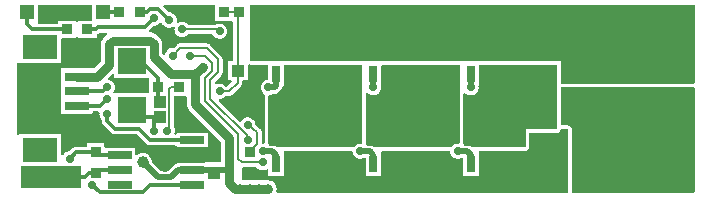
<source format=gbr>
G04 --- HEADER BEGIN --- *
%TF.GenerationSoftware,LibrePCB,LibrePCB,0.1.1-unstable*%
%TF.CreationDate,2019-06-09T12:53:25*%
%TF.ProjectId,Brushless Controller - default,345039e0-aa20-4574-aecf-6ad16ab42204,v1*%
%TF.Part,Single*%
%FSLAX66Y66*%
%MOMM*%
G01*
G74*
G04 --- HEADER END --- *
G04 --- APERTURE LIST BEGIN --- *
%ADD10R,1.2X1.2*%
%ADD11R,0.95X0.85*%
%ADD12R,2.032X0.6604*%
%ADD13R,5.08X1.8288*%
%ADD14R,2.4X2.2*%
%ADD15R,2.16X1.78*%
%ADD16R,3.2X5.0*%
%ADD17R,2.54X5.08*%
%ADD18R,0.7X1.4*%
%ADD19R,5.0X4.3*%
%ADD20R,0.85X0.95*%
%ADD21P,2.54X8X22.5*%
%ADD22R,1.1X1.0*%
%ADD23R,2.0X0.8*%
%ADD24R,3.0X2.1*%
%ADD25R,1.0X1.1*%
%ADD26P,2.54X8X292.5*%
%ADD27C,2.54*%
%ADD28C,0.7*%
%ADD29C,1.0*%
%ADD30C,0.8*%
%ADD31C,0.5*%
%ADD32C,0.3*%
%ADD33C,0.2*%
%ADD34C,0.0*%
G04 --- APERTURE LIST END --- *
G04 --- BOARD BEGIN --- *
D10*
X7558750Y15557500D03*
X5458750Y15557500D03*
D11*
X8967500Y15557500D03*
X10717500Y15557500D03*
D12*
X15138400Y952500D03*
X8991600Y2222500D03*
X8991600Y952500D03*
X15138400Y3492500D03*
X8991600Y3492500D03*
X8991600Y4762500D03*
X15138400Y4762500D03*
X15138400Y2222500D03*
D11*
X13998334Y9207500D03*
X12248334Y9207500D03*
D13*
X3175000Y1587500D03*
D14*
X10001250Y11416250D03*
X10001250Y7316250D03*
D15*
X53022500Y10602500D03*
X53022500Y6532500D03*
D16*
X49987200Y2857500D03*
X45262800Y2857500D03*
D11*
X17861250Y15557500D03*
X16111250Y15557500D03*
D17*
X44767500Y8572500D03*
D11*
X20877500Y15557500D03*
X19127500Y15557500D03*
D18*
X38735000Y10367500D03*
X42545000Y10367500D03*
D19*
X40640000Y14017500D03*
D18*
X41275000Y10367500D03*
X40005000Y10367500D03*
D10*
X1172500Y15557500D03*
X3272500Y15557500D03*
D20*
X20002500Y1982500D03*
X20002500Y3732500D03*
D21*
X56197500Y1587500D03*
D18*
X38735000Y2747500D03*
X42545000Y2747500D03*
D19*
X40640000Y6397500D03*
D18*
X41275000Y2747500D03*
X40005000Y2747500D03*
D21*
X56197500Y14922500D03*
D18*
X22225000Y10367500D03*
X26035000Y10367500D03*
D19*
X24130000Y14017500D03*
D18*
X24765000Y10367500D03*
X23495000Y10367500D03*
D22*
X12379166Y6667500D03*
X14079166Y6667500D03*
D23*
X5357500Y8880000D03*
X5357500Y7630000D03*
D24*
X2232500Y12630000D03*
X2232500Y3880000D03*
D23*
X5357500Y10130000D03*
X5357500Y6380000D03*
D11*
X4522500Y14128750D03*
X6272500Y14128750D03*
D22*
X12379166Y7937500D03*
X14079166Y7937500D03*
D18*
X22225000Y2747500D03*
X26035000Y2747500D03*
D19*
X24130000Y6397500D03*
D18*
X24765000Y2747500D03*
X23495000Y2747500D03*
D17*
X36512500Y8572500D03*
D25*
X16986250Y3707500D03*
X16986250Y2007500D03*
D20*
X6985000Y3732500D03*
X6985000Y1982500D03*
D17*
X28257500Y8572500D03*
D22*
X20693750Y10636250D03*
X18993750Y10636250D03*
D18*
X30480000Y2747500D03*
X34290000Y2747500D03*
D19*
X32385000Y6397500D03*
D18*
X33020000Y2747500D03*
X31750000Y2747500D03*
X30480000Y10367500D03*
X34290000Y10367500D03*
D19*
X32385000Y14017500D03*
D18*
X33020000Y10367500D03*
X31750000Y10367500D03*
D26*
X56197500Y5715000D03*
D27*
X56197500Y10795000D03*
D28*
X14922500Y15557500D03*
X37623750Y3810000D03*
X19843750Y9525000D03*
X7937500Y9207500D03*
X21113750Y2857500D03*
X14922500Y11906250D03*
X21590000Y9207500D03*
X15557500Y5715000D03*
X30480000Y9207500D03*
X14287500Y5715000D03*
X15240000Y6350000D03*
X21113750Y3810000D03*
X10953750Y9366250D03*
X6667500Y952500D03*
X33020000Y4603750D03*
D29*
X48895000Y10795000D03*
X47625000Y10795000D03*
X47625000Y12065000D03*
X48895000Y12065000D03*
X44132500Y13970000D03*
D28*
X1587500Y8890000D03*
X14128750Y15557500D03*
X38735000Y9207500D03*
X3016250Y7620000D03*
X7461250Y5715000D03*
X14287500Y14128750D03*
X17462500Y13970000D03*
X3016250Y8890000D03*
X7461250Y4921250D03*
X3016250Y6350000D03*
X13176250Y14922500D03*
X14922500Y5715000D03*
X10636250Y13176250D03*
X16033750Y10953750D03*
D29*
X10953750Y2857500D03*
D30*
X21590000Y635000D03*
X20002500Y635000D03*
X19208750Y635000D03*
X20796250Y635000D03*
D28*
X7937500Y8255000D03*
X1587500Y6350000D03*
X24765000Y4603750D03*
D29*
X27622500Y13970000D03*
D28*
X19843750Y6032500D03*
X29368750Y3810000D03*
X41275000Y4603750D03*
X1587500Y7620000D03*
X19843750Y4762500D03*
X13493750Y11906250D03*
X12858750Y2381250D03*
X4762500Y3175000D03*
X13017500Y5556250D03*
X1587500Y10160000D03*
X11906250Y15081250D03*
X11906250Y5556250D03*
D29*
X35877500Y13970000D03*
D28*
X4445000Y15875000D03*
X7937500Y6985000D03*
X3016250Y10160000D03*
X17462500Y8890000D03*
D31*
X38735000Y2747500D02*
X38735000Y3492500D01*
X38417500Y3810000D02*
X37623750Y3810000D01*
X38735000Y3492500D02*
X38417500Y3810000D01*
D32*
X7610000Y8880000D02*
X7937500Y9207500D01*
X5357500Y8880000D02*
X7610000Y8880000D01*
D33*
X19367500Y2857500D02*
X19050000Y3175000D01*
X16827500Y11271250D02*
X16192500Y11906250D01*
X16192500Y11906250D02*
X14922500Y11906250D01*
X16192500Y8096250D02*
X16192500Y10001250D01*
X21113750Y2857500D02*
X19367500Y2857500D01*
X16827500Y10636250D02*
X16827500Y11271250D01*
X19050000Y5238750D02*
X16192500Y8096250D01*
X19050000Y3175000D02*
X19050000Y5238750D01*
X16192500Y10001250D02*
X16827500Y10636250D01*
D31*
X22225000Y10367500D02*
X22225000Y9366250D01*
X22066250Y9207500D02*
X21590000Y9207500D01*
X22225000Y9366250D02*
X22066250Y9207500D01*
X30480000Y10367500D02*
X30480000Y9207500D01*
X22225000Y3492500D02*
X21907500Y3810000D01*
X21907500Y3810000D02*
X21113750Y3810000D01*
X22225000Y2747500D02*
X22225000Y3492500D01*
D32*
X15138400Y952500D02*
X11588750Y952500D01*
X7302500Y317500D02*
X6667500Y952500D01*
X11588750Y952500D02*
X10953750Y317500D01*
X10953750Y317500D02*
X7302500Y317500D01*
D31*
X38735000Y10367500D02*
X38735000Y9207500D01*
D33*
X14287500Y14128750D02*
X17303750Y14128750D01*
X17303750Y14128750D02*
X17462500Y13970000D01*
D32*
X12379166Y7937500D02*
X12248334Y8071666D01*
X12248334Y9207500D02*
X12248334Y8071666D01*
X10001250Y11416250D02*
X10795000Y11430000D01*
X12248334Y9976666D02*
X10795000Y11430000D01*
X12248334Y9207500D02*
X12248334Y9976666D01*
X11271250Y15557500D02*
X11588750Y15875000D01*
X11588750Y15875000D02*
X12223750Y15875000D01*
X12223750Y15875000D02*
X13176250Y14922500D01*
X10717500Y15557500D02*
X11271250Y15557500D01*
D30*
X8096250Y12858750D02*
X8096250Y11112500D01*
D31*
X16827500Y2222500D02*
X18256250Y2222500D01*
D30*
X18256250Y2222500D02*
X18256250Y1111250D01*
D31*
X16986250Y2007500D02*
X16827500Y2222500D01*
D30*
X15398750Y7778750D02*
X15398750Y10318750D01*
X15398750Y10318750D02*
X13335000Y10318750D01*
X11906250Y11747500D02*
X11906250Y12858750D01*
X19208750Y635000D02*
X18732500Y635000D01*
X20002500Y635000D02*
X20796250Y635000D01*
X5357500Y10130000D02*
X7113750Y10130000D01*
X11588750Y13176250D02*
X10636250Y13176250D01*
X19208750Y635000D02*
X20002500Y635000D01*
X11906250Y12858750D02*
X11588750Y13176250D01*
D31*
X15138400Y2222500D02*
X16827500Y2222500D01*
X15081250Y2222500D02*
X15138400Y2222500D01*
D30*
X18256250Y4921250D02*
X15398750Y7778750D01*
D31*
X12223750Y1587500D02*
X10953750Y2857500D01*
D30*
X13335000Y10318750D02*
X11906250Y11747500D01*
X7113750Y10130000D02*
X8096250Y11112500D01*
X10636250Y13176250D02*
X8413750Y13176250D01*
D31*
X12223750Y1587500D02*
X13335000Y1587500D01*
D30*
X18256250Y2222500D02*
X18256250Y4921250D01*
X8413750Y13176250D02*
X8096250Y12858750D01*
X18732500Y635000D02*
X18256250Y1111250D01*
D31*
X13970000Y2222500D02*
X15081250Y2222500D01*
D30*
X20796250Y635000D02*
X21590000Y635000D01*
X15398750Y10318750D02*
X16033750Y10953750D01*
D31*
X13335000Y1587500D02*
X13970000Y2222500D01*
D32*
X5357500Y7630000D02*
X7312500Y7630000D01*
X7312500Y7630000D02*
X7937500Y8255000D01*
X6427500Y1982500D02*
X6032500Y1587500D01*
X6985000Y1982500D02*
X6427500Y1982500D01*
X8991600Y2222500D02*
X7302500Y2222500D01*
X3175000Y1587500D02*
X6032500Y1587500D01*
X6985000Y1982500D02*
X7302500Y2222500D01*
D33*
X20002500Y3810000D02*
X20637500Y4445000D01*
X20002500Y3732500D02*
X20002500Y3810000D01*
X20637500Y4445000D02*
X20637500Y5397500D01*
X20637500Y5397500D02*
X19843750Y6032500D01*
D31*
X30480000Y3492500D02*
X30162500Y3810000D01*
X30162500Y3810000D02*
X29368750Y3810000D01*
X30480000Y2747500D02*
X30480000Y3492500D01*
D33*
X19843750Y5080000D02*
X16668750Y8255000D01*
X14128750Y12541250D02*
X13493750Y11906250D01*
X16668750Y9842500D02*
X17303750Y10477500D01*
X17303750Y11588750D02*
X16351250Y12541250D01*
X16351250Y12541250D02*
X14128750Y12541250D01*
X16668750Y8255000D02*
X16668750Y9842500D01*
X19843750Y4762500D02*
X19843750Y5080000D01*
X17303750Y10477500D02*
X17303750Y11588750D01*
D32*
X6985000Y3732500D02*
X7302500Y3492500D01*
X6985000Y3732500D02*
X5320000Y3732500D01*
X8991600Y3492500D02*
X7302500Y3492500D01*
X5320000Y3732500D02*
X4762500Y3175000D01*
D33*
X13176250Y5715000D02*
X13017500Y5556250D01*
X13998334Y9207500D02*
X13335000Y9207500D01*
X13176250Y9048750D02*
X13176250Y5715000D01*
X13335000Y9207500D02*
X13176250Y9048750D01*
D32*
X8967500Y15557500D02*
X8572500Y15557500D01*
X7558750Y15557500D02*
X8572500Y15557500D01*
X6985000Y14128750D02*
X7143750Y14287500D01*
X11112500Y14287500D02*
X11906250Y15081250D01*
X6272500Y14128750D02*
X6985000Y14128750D01*
X7143750Y14287500D02*
X11112500Y14287500D01*
X11906250Y6667500D02*
X10636250Y6667500D01*
X10001250Y7316250D02*
X10636250Y6667500D01*
X11906250Y5556250D02*
X11906250Y6667500D01*
X11906250Y6667500D02*
X12379166Y6667500D01*
X10636250Y5715000D02*
X11588750Y4762500D01*
X15138400Y4762500D02*
X15081250Y4762500D01*
X8572500Y5715000D02*
X10636250Y5715000D01*
X11588750Y4762500D02*
X15081250Y4762500D01*
X7937500Y6350000D02*
X8572500Y5715000D01*
X7937500Y6985000D02*
X7937500Y6350000D01*
X4522500Y14128750D02*
X4603750Y14128750D01*
X1587500Y14128750D02*
X4603750Y14128750D01*
X1172500Y15557500D02*
X1172500Y14543750D01*
X1172500Y14543750D02*
X1587500Y14128750D01*
D33*
X19127500Y15557500D02*
X19050000Y15557500D01*
X18993750Y15501250D02*
X19050000Y15557500D01*
X17861250Y15557500D02*
X19050000Y15557500D01*
X18993750Y10636250D02*
X18993750Y15501250D01*
X17462500Y8890000D02*
X18256250Y8890000D01*
X18993750Y9627500D02*
X18256250Y8890000D01*
X18993750Y10636250D02*
X18993750Y9627500D01*
D34*
G36*
X28810697Y4147000D02*
X28833668Y4170693D01*
X28878783Y4236053D01*
X28886742Y4245037D01*
X28994980Y4340928D01*
X29004863Y4347750D01*
X29132898Y4414948D01*
X29144134Y4419209D01*
X29284524Y4453811D01*
X29296453Y4455260D01*
X29427500Y4455260D01*
X29486827Y4474760D01*
X29527500Y4555260D01*
X29527500Y11012500D01*
X29508000Y11071827D01*
X29427500Y11112500D01*
X22975000Y11112500D01*
X22915673Y11093000D01*
X22875000Y11012500D01*
X22875000Y9383513D01*
X22873434Y9378748D01*
X22829904Y9356754D01*
X22829942Y9356680D01*
X22803535Y9348000D01*
X22763718Y9280553D01*
X22757115Y9230399D01*
X22753751Y9217845D01*
X22703820Y9097302D01*
X22697324Y9086051D01*
X22618068Y8982762D01*
X22613640Y8978383D01*
X22612265Y8975699D01*
X22456075Y8819509D01*
X22454116Y8818859D01*
X22449737Y8814431D01*
X22346449Y8735175D01*
X22335198Y8728679D01*
X22214650Y8678746D01*
X22202108Y8675385D01*
X22069489Y8657926D01*
X22062980Y8657500D01*
X21955196Y8657500D01*
X21908724Y8646046D01*
X21825851Y8602551D01*
X21814615Y8598290D01*
X21668348Y8562239D01*
X21668922Y8559911D01*
X21621393Y8537622D01*
X21590000Y8464868D01*
X21590000Y4460000D01*
X21609500Y4400673D01*
X21690000Y4360000D01*
X21904220Y4360000D01*
X21910757Y4359571D01*
X22043349Y4342115D01*
X22055909Y4338750D01*
X22176446Y4288822D01*
X22187700Y4282325D01*
X22293811Y4200901D01*
X22298723Y4196594D01*
X22338528Y4156789D01*
X22409239Y4127500D01*
X28751370Y4127500D01*
X28810697Y4147000D01*
G37*
G36*
X46949327Y319500D02*
X46990000Y400000D01*
X46990000Y5615000D01*
X46970500Y5674327D01*
X46890000Y5715000D01*
X46406345Y5715000D01*
X46347018Y5695500D01*
X46309069Y5638180D01*
X46306622Y5627910D01*
X46302622Y5616985D01*
X46266962Y5546405D01*
X46261293Y5537615D01*
X46192391Y5452011D01*
X46177572Y5439611D01*
X46094519Y5394196D01*
X46086156Y5390571D01*
X46034944Y5373738D01*
X46027259Y5371873D01*
X45941423Y5358128D01*
X45933528Y5357500D01*
X43762800Y5357500D01*
X43703473Y5338000D01*
X43662800Y5257500D01*
X43662800Y4233353D01*
X43661444Y4221808D01*
X43631920Y4097904D01*
X43627922Y4086985D01*
X43592262Y4016405D01*
X43586593Y4007615D01*
X43517691Y3922011D01*
X43502872Y3909611D01*
X43419819Y3864196D01*
X43411456Y3860571D01*
X43360244Y3843738D01*
X43352559Y3841873D01*
X43266723Y3828128D01*
X43258828Y3827500D01*
X39485000Y3827500D01*
X39425673Y3808000D01*
X39385000Y3727500D01*
X39385000Y1763513D01*
X39383434Y1758748D01*
X39361172Y1747500D01*
X38101013Y1747500D01*
X38096248Y1749066D01*
X38085000Y1771328D01*
X38085000Y3157929D01*
X38065500Y3217256D01*
X38014605Y3253446D01*
X37938528Y3246475D01*
X37859601Y3205051D01*
X37848365Y3200790D01*
X37707975Y3166188D01*
X37696046Y3164739D01*
X37551453Y3164739D01*
X37539524Y3166188D01*
X37399134Y3200790D01*
X37387898Y3205051D01*
X37259863Y3272249D01*
X37249980Y3279071D01*
X37141742Y3374962D01*
X37133783Y3383946D01*
X37051638Y3502953D01*
X37046060Y3513580D01*
X36994781Y3648790D01*
X36991908Y3660449D01*
X36982303Y3739554D01*
X36955794Y3796098D01*
X36883032Y3827500D01*
X31230000Y3827500D01*
X31170673Y3808000D01*
X31130000Y3727500D01*
X31130000Y1763513D01*
X31128434Y1758748D01*
X31106172Y1747500D01*
X29846013Y1747500D01*
X29841248Y1749066D01*
X29830000Y1771328D01*
X29830000Y3157929D01*
X29810500Y3217256D01*
X29759605Y3253446D01*
X29683528Y3246475D01*
X29604601Y3205051D01*
X29593365Y3200790D01*
X29452975Y3166188D01*
X29441046Y3164739D01*
X29296453Y3164739D01*
X29284524Y3166188D01*
X29144134Y3200790D01*
X29132898Y3205051D01*
X29004863Y3272249D01*
X28994980Y3279071D01*
X28886742Y3374962D01*
X28878783Y3383946D01*
X28796638Y3502953D01*
X28791060Y3513580D01*
X28739781Y3648790D01*
X28736908Y3660449D01*
X28727303Y3739554D01*
X28700794Y3796098D01*
X28628032Y3827500D01*
X22975000Y3827500D01*
X22915673Y3808000D01*
X22875000Y3727500D01*
X22875000Y1763513D01*
X22873434Y1758748D01*
X22851172Y1747500D01*
X21591013Y1747500D01*
X21586248Y1749066D01*
X21575000Y1771328D01*
X21575000Y2205429D01*
X21555500Y2264756D01*
X21504605Y2300946D01*
X21428528Y2293975D01*
X21349601Y2252551D01*
X21338365Y2248290D01*
X21197975Y2213688D01*
X21186046Y2212239D01*
X21041453Y2212239D01*
X21029524Y2213688D01*
X20889134Y2248290D01*
X20877898Y2252551D01*
X20749863Y2319749D01*
X20739980Y2326571D01*
X20631742Y2422462D01*
X20630547Y2423811D01*
X20629881Y2424111D01*
X20627218Y2426470D01*
X20626483Y2425640D01*
X20555695Y2457500D01*
X19467500Y2457500D01*
X19408173Y2438000D01*
X19367500Y2357500D01*
X19367500Y1435000D01*
X19387000Y1375673D01*
X19467500Y1335000D01*
X21587186Y1335000D01*
X21592798Y1334685D01*
X21740178Y1318078D01*
X21751070Y1315592D01*
X21888419Y1267532D01*
X21898472Y1262691D01*
X22021682Y1185273D01*
X22030414Y1178310D01*
X22133310Y1075414D01*
X22140273Y1066682D01*
X22217691Y943472D01*
X22222532Y933419D01*
X22270592Y796070D01*
X22273078Y785178D01*
X22289371Y640582D01*
X22289371Y629418D01*
X22273078Y484821D01*
X22270593Y473934D01*
X22256280Y433027D01*
X22255092Y370588D01*
X22291179Y319620D01*
X22350669Y300000D01*
X46890000Y300000D01*
X46949327Y319500D01*
G37*
G36*
X3706827Y14598250D02*
X3747500Y14678750D01*
X3747500Y14837737D01*
X3749066Y14842502D01*
X3771328Y14853750D01*
X5281487Y14853750D01*
X5286252Y14852184D01*
X5308246Y14808654D01*
X5352405Y14764495D01*
X5414151Y14755146D01*
X5469403Y14784252D01*
X5492500Y14822525D01*
X5499066Y14842502D01*
X5521328Y14853750D01*
X6558750Y14853750D01*
X6618077Y14873250D01*
X6658750Y14953750D01*
X6658750Y16100000D01*
X6639250Y16159327D01*
X6558750Y16200000D01*
X2172500Y16200000D01*
X2113173Y16180500D01*
X2072500Y16100000D01*
X2072500Y14678750D01*
X2092000Y14619423D01*
X2172500Y14578750D01*
X3647500Y14578750D01*
X3706827Y14598250D01*
G37*
G36*
X18119854Y9319289D02*
X18466104Y9665539D01*
X18494266Y9721279D01*
X18483868Y9782857D01*
X18438964Y9826258D01*
X18395393Y9836250D01*
X18159763Y9836250D01*
X18154998Y9837816D01*
X18143750Y9860078D01*
X18143750Y11420237D01*
X18145316Y11425002D01*
X18167578Y11436250D01*
X18493750Y11436250D01*
X18553077Y11455750D01*
X18593750Y11536250D01*
X18593750Y14732500D01*
X18574250Y14791827D01*
X18493750Y14832500D01*
X17102263Y14832500D01*
X17097498Y14834066D01*
X17086250Y14856328D01*
X17086250Y16100000D01*
X17066750Y16159327D01*
X16986250Y16200000D01*
X12776568Y16200000D01*
X12717241Y16180500D01*
X12681051Y16129605D01*
X12682113Y16067164D01*
X12705857Y16029289D01*
X13138097Y15597049D01*
X13208808Y15567760D01*
X13248546Y15567760D01*
X13260475Y15566311D01*
X13400865Y15531709D01*
X13412101Y15527448D01*
X13540136Y15460250D01*
X13550019Y15453428D01*
X13658257Y15357537D01*
X13666216Y15348553D01*
X13748361Y15229546D01*
X13753939Y15218919D01*
X13805220Y15083703D01*
X13808090Y15072057D01*
X13825521Y14928504D01*
X13825521Y14916495D01*
X13809390Y14783642D01*
X13821597Y14722397D01*
X13867759Y14680337D01*
X13955133Y14683043D01*
X14051648Y14733698D01*
X14062884Y14737959D01*
X14203274Y14772561D01*
X14215203Y14774010D01*
X14359796Y14774010D01*
X14371725Y14772561D01*
X14512115Y14737959D01*
X14523351Y14733698D01*
X14651386Y14666500D01*
X14661269Y14659678D01*
X14769506Y14563787D01*
X14770701Y14562439D01*
X14771367Y14562139D01*
X14774031Y14559779D01*
X14774767Y14560609D01*
X14845553Y14528750D01*
X17113977Y14528750D01*
X17160449Y14540204D01*
X17226648Y14574948D01*
X17237884Y14579209D01*
X17378274Y14613811D01*
X17390203Y14615260D01*
X17534796Y14615260D01*
X17546725Y14613811D01*
X17687115Y14579209D01*
X17698351Y14574948D01*
X17826386Y14507750D01*
X17836269Y14500928D01*
X17944507Y14405037D01*
X17952466Y14396053D01*
X18034611Y14277046D01*
X18040189Y14266419D01*
X18091470Y14131203D01*
X18094340Y14119557D01*
X18111771Y13976004D01*
X18111771Y13963996D01*
X18094340Y13820442D01*
X18091470Y13808796D01*
X18040189Y13673580D01*
X18034611Y13662953D01*
X17952466Y13543946D01*
X17944507Y13534962D01*
X17836269Y13439071D01*
X17826386Y13432249D01*
X17698351Y13365051D01*
X17687115Y13360790D01*
X17546725Y13326188D01*
X17534796Y13324739D01*
X17390203Y13324739D01*
X17378274Y13326188D01*
X17237884Y13360790D01*
X17226648Y13365051D01*
X17098613Y13432249D01*
X17088730Y13439071D01*
X16980492Y13534962D01*
X16972533Y13543946D01*
X16890388Y13662952D01*
X16883948Y13675223D01*
X16839111Y13718692D01*
X16795403Y13728750D01*
X14845554Y13728750D01*
X14774766Y13696890D01*
X14774031Y13697720D01*
X14771368Y13695361D01*
X14770702Y13695061D01*
X14769507Y13693712D01*
X14661269Y13597821D01*
X14651386Y13590999D01*
X14523351Y13523801D01*
X14512115Y13519540D01*
X14371725Y13484938D01*
X14359796Y13483489D01*
X14215203Y13483489D01*
X14203274Y13484938D01*
X14062884Y13519540D01*
X14051648Y13523801D01*
X13923613Y13590999D01*
X13913730Y13597821D01*
X13805492Y13693712D01*
X13797533Y13702696D01*
X13715388Y13821703D01*
X13709810Y13832330D01*
X13658531Y13967540D01*
X13655658Y13979199D01*
X13638229Y14122746D01*
X13638229Y14134754D01*
X13654360Y14267607D01*
X13642153Y14328852D01*
X13595991Y14370912D01*
X13508617Y14368206D01*
X13412101Y14317551D01*
X13400865Y14313290D01*
X13260475Y14278688D01*
X13248546Y14277239D01*
X13103953Y14277239D01*
X13092024Y14278688D01*
X12951634Y14313290D01*
X12940398Y14317551D01*
X12812363Y14384749D01*
X12802480Y14391571D01*
X12694242Y14487462D01*
X12686283Y14496446D01*
X12604138Y14615453D01*
X12598556Y14626088D01*
X12587244Y14655914D01*
X12547973Y14704471D01*
X12487553Y14720261D01*
X12411444Y14677259D01*
X12396214Y14655194D01*
X12388257Y14646212D01*
X12280019Y14550321D01*
X12270136Y14543499D01*
X12142101Y14476301D01*
X12130865Y14472040D01*
X11990475Y14437438D01*
X11978546Y14435989D01*
X11938808Y14435989D01*
X11868097Y14406700D01*
X11508358Y14046961D01*
X11480196Y13991221D01*
X11490594Y13929643D01*
X11535498Y13886242D01*
X11579069Y13876250D01*
X11585936Y13876250D01*
X11591548Y13875935D01*
X11622235Y13872477D01*
X11633432Y13871848D01*
X11661514Y13871848D01*
X11672598Y13870599D01*
X11699983Y13864349D01*
X11711038Y13862471D01*
X11738929Y13859328D01*
X11749820Y13856843D01*
X11776316Y13847572D01*
X11787088Y13844469D01*
X11814464Y13838220D01*
X11825005Y13834531D01*
X11850311Y13822345D01*
X11860669Y13818055D01*
X11887172Y13808781D01*
X11897218Y13803943D01*
X11920995Y13789003D01*
X11930810Y13783579D01*
X11956112Y13771394D01*
X11965562Y13765456D01*
X11987522Y13747944D01*
X11996669Y13741454D01*
X12020435Y13726521D01*
X12029165Y13719559D01*
X12049020Y13699704D01*
X12057382Y13692232D01*
X12081537Y13672969D01*
X12085700Y13669249D01*
X12399249Y13355700D01*
X12402969Y13351537D01*
X12422231Y13327383D01*
X12429703Y13319021D01*
X12449559Y13299165D01*
X12456524Y13290431D01*
X12471462Y13266657D01*
X12477952Y13257510D01*
X12495454Y13235563D01*
X12501389Y13226117D01*
X12513572Y13200820D01*
X12518996Y13191006D01*
X12533944Y13167216D01*
X12538781Y13157172D01*
X12548058Y13130660D01*
X12552349Y13120301D01*
X12564529Y13095008D01*
X12568219Y13084464D01*
X12574466Y13057097D01*
X12577569Y13046325D01*
X12586843Y13019821D01*
X12589328Y13008929D01*
X12592472Y12981029D01*
X12594350Y12969974D01*
X12600598Y12942598D01*
X12601847Y12931514D01*
X12601847Y12903441D01*
X12602476Y12892244D01*
X12605935Y12861548D01*
X12606250Y12855936D01*
X12606250Y12078872D01*
X12635539Y12008161D01*
X12687014Y11956686D01*
X12742754Y11928524D01*
X12804332Y11938922D01*
X12847733Y11983826D01*
X12856996Y12015344D01*
X12861908Y12055800D01*
X12864781Y12067459D01*
X12916060Y12202669D01*
X12921638Y12213296D01*
X13003783Y12332303D01*
X13011742Y12341287D01*
X13119980Y12437178D01*
X13129863Y12444000D01*
X13257898Y12511198D01*
X13269134Y12515459D01*
X13409524Y12550061D01*
X13421453Y12551510D01*
X13531902Y12551510D01*
X13602613Y12580799D01*
X13843131Y12821317D01*
X13849079Y12826396D01*
X13865007Y12837969D01*
X13876939Y12848160D01*
X13888074Y12859295D01*
X13900641Y12868426D01*
X13914672Y12875575D01*
X13928047Y12883772D01*
X13940782Y12893024D01*
X13954634Y12900082D01*
X13969600Y12904944D01*
X13984101Y12910950D01*
X13998132Y12918100D01*
X14012917Y12922903D01*
X14028467Y12925366D01*
X14043729Y12929030D01*
X14058689Y12933891D01*
X14074048Y12936324D01*
X14089777Y12936324D01*
X14105421Y12937555D01*
X14124869Y12940635D01*
X14132681Y12941250D01*
X16347319Y12941250D01*
X16355132Y12940635D01*
X16374574Y12937556D01*
X16390217Y12936325D01*
X16405953Y12936325D01*
X16421309Y12933893D01*
X16436275Y12929030D01*
X16451535Y12925366D01*
X16467086Y12922903D01*
X16481864Y12918101D01*
X16495896Y12910951D01*
X16510397Y12904945D01*
X16525363Y12900083D01*
X16539215Y12893025D01*
X16551950Y12883773D01*
X16565325Y12875576D01*
X16579358Y12868426D01*
X16591925Y12859295D01*
X16603061Y12848159D01*
X16614994Y12837968D01*
X16630915Y12826401D01*
X16636868Y12821317D01*
X17583817Y11874368D01*
X17588901Y11868415D01*
X17600468Y11852494D01*
X17610659Y11840561D01*
X17621793Y11829427D01*
X17630929Y11816852D01*
X17638077Y11802823D01*
X17646277Y11789442D01*
X17655525Y11776714D01*
X17662581Y11762864D01*
X17667444Y11747898D01*
X17673449Y11733400D01*
X17680599Y11719368D01*
X17685404Y11704579D01*
X17687867Y11689031D01*
X17691529Y11673777D01*
X17696392Y11658810D01*
X17698824Y11643453D01*
X17698824Y11627722D01*
X17700055Y11612078D01*
X17703135Y11592631D01*
X17703750Y11584819D01*
X17703750Y10481431D01*
X17703135Y10473619D01*
X17700055Y10454171D01*
X17698824Y10438527D01*
X17698824Y10422798D01*
X17696391Y10407439D01*
X17691530Y10392479D01*
X17687866Y10377217D01*
X17685403Y10361667D01*
X17680600Y10346882D01*
X17673450Y10332851D01*
X17667444Y10318350D01*
X17662582Y10303384D01*
X17655524Y10289532D01*
X17646272Y10276797D01*
X17638075Y10263422D01*
X17630926Y10249391D01*
X17621795Y10236824D01*
X17610660Y10225689D01*
X17600469Y10213757D01*
X17588896Y10197829D01*
X17583817Y10191881D01*
X17098039Y9706103D01*
X17068750Y9635392D01*
X17068750Y9577497D01*
X17088250Y9518170D01*
X17139145Y9481980D01*
X17215223Y9488952D01*
X17226645Y9494947D01*
X17237884Y9499209D01*
X17378274Y9533811D01*
X17390203Y9535260D01*
X17534796Y9535260D01*
X17546725Y9533811D01*
X17687115Y9499209D01*
X17698351Y9494948D01*
X17826386Y9427750D01*
X17836269Y9420928D01*
X17944506Y9325037D01*
X17945701Y9323689D01*
X17946367Y9323389D01*
X17949031Y9321029D01*
X17949767Y9321859D01*
X18020553Y9290000D01*
X18049143Y9290000D01*
X18119854Y9319289D01*
G37*
G36*
X13136472Y2166789D02*
X13578779Y2609096D01*
X13583690Y2613402D01*
X13689797Y2694821D01*
X13701054Y2701321D01*
X13715525Y2707315D01*
X13760669Y2726015D01*
X13808018Y2766735D01*
X13822400Y2818403D01*
X13822400Y2836687D01*
X13823966Y2841452D01*
X13846228Y2852700D01*
X16176750Y2852700D01*
X16196894Y2857500D01*
X17456250Y2857500D01*
X17515577Y2877000D01*
X17556250Y2957500D01*
X17556250Y4589878D01*
X17526961Y4660589D01*
X14905751Y7281799D01*
X14902031Y7285962D01*
X14882772Y7310112D01*
X14875300Y7318474D01*
X14855439Y7338335D01*
X14848481Y7347060D01*
X14833543Y7370835D01*
X14827052Y7379982D01*
X14809543Y7401937D01*
X14803608Y7411383D01*
X14791424Y7436683D01*
X14785999Y7446499D01*
X14771059Y7470276D01*
X14766216Y7480332D01*
X14756941Y7506841D01*
X14752648Y7517205D01*
X14740470Y7542492D01*
X14736779Y7553037D01*
X14730533Y7580402D01*
X14727430Y7591174D01*
X14718154Y7617685D01*
X14715671Y7628564D01*
X14712527Y7656471D01*
X14710649Y7667527D01*
X14704401Y7694903D01*
X14703152Y7705986D01*
X14703152Y7734067D01*
X14702523Y7745263D01*
X14699065Y7775951D01*
X14698750Y7781564D01*
X14698750Y8382500D01*
X14679250Y8441827D01*
X14598750Y8482500D01*
X13676250Y8482500D01*
X13616923Y8463000D01*
X13576250Y8382500D01*
X13576250Y5913401D01*
X13587706Y5866926D01*
X13595189Y5852669D01*
X13646470Y5717453D01*
X13649340Y5705807D01*
X13666771Y5562254D01*
X13666771Y5550245D01*
X13657203Y5471443D01*
X13669410Y5410198D01*
X13681138Y5399512D01*
X13628890Y5348691D01*
X13628605Y5347939D01*
X13625815Y5285552D01*
X13660581Y5233674D01*
X13722115Y5212500D01*
X13722400Y5212500D01*
X13781727Y5232000D01*
X13822400Y5312500D01*
X13822400Y5313252D01*
X13803399Y5371060D01*
X13846229Y5392700D01*
X16438387Y5392700D01*
X16443152Y5391134D01*
X16454400Y5368872D01*
X16454400Y4148313D01*
X16452834Y4143548D01*
X16430572Y4132300D01*
X13838413Y4132300D01*
X13833648Y4133866D01*
X13822400Y4156128D01*
X13822400Y4212500D01*
X13802900Y4271827D01*
X13722400Y4312500D01*
X11592320Y4312500D01*
X11585215Y4313008D01*
X11544639Y4318842D01*
X11537542Y4319605D01*
X11500230Y4322274D01*
X11481268Y4326399D01*
X11474064Y4328237D01*
X11455467Y4333698D01*
X11421431Y4349242D01*
X11414834Y4351974D01*
X11379787Y4365045D01*
X11362775Y4374334D01*
X11356385Y4378126D01*
X11340050Y4388624D01*
X11311778Y4413121D01*
X11306222Y4417599D01*
X11273405Y4442167D01*
X11268033Y4446821D01*
X10479143Y5235711D01*
X10408432Y5265000D01*
X8576070Y5265000D01*
X8568966Y5265508D01*
X8528358Y5271347D01*
X8521259Y5272110D01*
X8483984Y5274775D01*
X8464982Y5278909D01*
X8457815Y5280738D01*
X8439211Y5286200D01*
X8405152Y5301755D01*
X8398555Y5304487D01*
X8363542Y5317546D01*
X8346481Y5326861D01*
X8340102Y5330646D01*
X8323805Y5341119D01*
X8295505Y5365641D01*
X8289947Y5370120D01*
X8257164Y5394661D01*
X8251774Y5399331D01*
X7621827Y6029278D01*
X7617162Y6034662D01*
X7592610Y6067459D01*
X7588131Y6073017D01*
X7563617Y6101308D01*
X7553150Y6117595D01*
X7549339Y6124017D01*
X7540046Y6141037D01*
X7526974Y6176085D01*
X7524242Y6182681D01*
X7508698Y6216717D01*
X7503237Y6235315D01*
X7501397Y6242524D01*
X7497274Y6261480D01*
X7494606Y6298787D01*
X7493843Y6305886D01*
X7488008Y6346466D01*
X7487500Y6353570D01*
X7487500Y6476599D01*
X7457370Y6543537D01*
X7459507Y6545430D01*
X7447533Y6558946D01*
X7365388Y6677953D01*
X7359810Y6688580D01*
X7308531Y6823790D01*
X7305658Y6835449D01*
X7288229Y6978996D01*
X7288229Y6991004D01*
X7297571Y7067947D01*
X7285364Y7129192D01*
X7239202Y7171253D01*
X7198300Y7180000D01*
X6757500Y7180000D01*
X6698173Y7160500D01*
X6657500Y7080000D01*
X6657500Y6946013D01*
X6655934Y6941248D01*
X6633672Y6930000D01*
X4073513Y6930000D01*
X4068748Y6931566D01*
X4057500Y6953828D01*
X4057500Y10813987D01*
X4059066Y10818752D01*
X4081328Y10830000D01*
X6782379Y10830000D01*
X6853090Y10859289D01*
X7366961Y11373160D01*
X7396250Y11443871D01*
X7396250Y12855936D01*
X7396565Y12861549D01*
X7400023Y12892237D01*
X7400652Y12903433D01*
X7400652Y12931514D01*
X7401901Y12942598D01*
X7408149Y12969974D01*
X7410027Y12981029D01*
X7413171Y13008932D01*
X7415655Y13019815D01*
X7424933Y13046329D01*
X7428038Y13057107D01*
X7434283Y13084467D01*
X7437971Y13095009D01*
X7450148Y13120295D01*
X7454439Y13130655D01*
X7463717Y13157169D01*
X7468557Y13167220D01*
X7483502Y13191005D01*
X7488926Y13200818D01*
X7501110Y13226117D01*
X7507044Y13235562D01*
X7524548Y13257512D01*
X7531036Y13266655D01*
X7545982Y13290441D01*
X7552936Y13299161D01*
X7572801Y13319026D01*
X7580273Y13327388D01*
X7599531Y13351537D01*
X7603251Y13355700D01*
X7914340Y13666789D01*
X7942502Y13722529D01*
X7932104Y13784107D01*
X7887200Y13827508D01*
X7843629Y13837500D01*
X7371206Y13837500D01*
X7305721Y13813076D01*
X7300341Y13808414D01*
X7267533Y13783855D01*
X7261973Y13779374D01*
X7233695Y13754870D01*
X7217384Y13744388D01*
X7210990Y13740595D01*
X7193960Y13731295D01*
X7158929Y13718230D01*
X7152332Y13715498D01*
X7111779Y13696978D01*
X7112447Y13695515D01*
X7067898Y13664833D01*
X7047500Y13604306D01*
X7047500Y13419763D01*
X7045934Y13414998D01*
X7023672Y13403750D01*
X5513513Y13403750D01*
X5508748Y13405316D01*
X5486754Y13448846D01*
X5442595Y13493005D01*
X5380849Y13502354D01*
X5325597Y13473248D01*
X5302500Y13434975D01*
X5295934Y13414998D01*
X5273672Y13403750D01*
X4132500Y13403750D01*
X4073173Y13384250D01*
X4032500Y13303750D01*
X4032500Y11296013D01*
X4030934Y11291248D01*
X4008672Y11280000D01*
X448511Y11280000D01*
X431224Y11285682D01*
X368774Y11285682D01*
X318502Y11248631D01*
X300000Y11190682D01*
X300000Y5313579D01*
X319500Y5254252D01*
X370395Y5218062D01*
X445097Y5224325D01*
X456329Y5230000D01*
X4016487Y5230000D01*
X4021252Y5228434D01*
X4032500Y5206172D01*
X4032500Y3574217D01*
X4052000Y3514890D01*
X4102895Y3478700D01*
X4165336Y3479762D01*
X4214798Y3517410D01*
X4272533Y3601053D01*
X4280492Y3610037D01*
X4388730Y3705928D01*
X4398613Y3712750D01*
X4526648Y3779948D01*
X4537884Y3784209D01*
X4678274Y3818811D01*
X4690203Y3820260D01*
X4729942Y3820260D01*
X4800653Y3849549D01*
X4999278Y4048174D01*
X5004662Y4052839D01*
X5037466Y4077396D01*
X5043024Y4081875D01*
X5071304Y4106380D01*
X5087613Y4116860D01*
X5094016Y4120660D01*
X5111039Y4129956D01*
X5146097Y4143032D01*
X5152689Y4145762D01*
X5186716Y4161301D01*
X5205311Y4166761D01*
X5212525Y4168602D01*
X5231483Y4172727D01*
X5268794Y4175395D01*
X5275892Y4176158D01*
X5316466Y4181992D01*
X5323570Y4182500D01*
X6160000Y4182500D01*
X6219327Y4202000D01*
X6260000Y4282500D01*
X6260000Y4491487D01*
X6261566Y4496252D01*
X6283828Y4507500D01*
X7693987Y4507500D01*
X7698752Y4505934D01*
X7710000Y4483672D01*
X7710000Y4222700D01*
X7729500Y4163373D01*
X7810000Y4122700D01*
X10291587Y4122700D01*
X10296352Y4121134D01*
X10307600Y4098872D01*
X10307600Y3567743D01*
X10327100Y3508416D01*
X10377995Y3472226D01*
X10466379Y3486841D01*
X10549514Y3547243D01*
X10558537Y3552451D01*
X10701745Y3616212D01*
X10711663Y3619435D01*
X10865005Y3652028D01*
X10875365Y3653117D01*
X11032134Y3653117D01*
X11042494Y3652028D01*
X11195841Y3619434D01*
X11205745Y3616216D01*
X11348967Y3552450D01*
X11357989Y3547240D01*
X11484810Y3455098D01*
X11492565Y3448116D01*
X11597454Y3331625D01*
X11603585Y3323186D01*
X11681963Y3187433D01*
X11686206Y3177903D01*
X11734650Y3028809D01*
X11736816Y3018619D01*
X11752654Y2867931D01*
X11781395Y2807673D01*
X12422279Y2166789D01*
X12492990Y2137500D01*
X13065761Y2137500D01*
X13136472Y2166789D01*
G37*
G36*
X21249327Y4474760D02*
X21290000Y4555260D01*
X21290000Y8459771D01*
X21291031Y8469857D01*
X21306694Y8545692D01*
X21299597Y8607738D01*
X21255233Y8654466D01*
X21226113Y8669749D01*
X21216230Y8676571D01*
X21107992Y8772462D01*
X21100033Y8781446D01*
X21017888Y8900453D01*
X21012310Y8911080D01*
X20961031Y9046290D01*
X20958158Y9057949D01*
X20940729Y9201496D01*
X20940729Y9213504D01*
X20958158Y9357050D01*
X20961031Y9368709D01*
X21012310Y9503919D01*
X21017888Y9514546D01*
X21100033Y9633553D01*
X21107992Y9642537D01*
X21216230Y9738428D01*
X21226113Y9745250D01*
X21354148Y9812448D01*
X21365384Y9816709D01*
X21498931Y9849625D01*
X21551868Y9882756D01*
X21575000Y9946719D01*
X21575000Y11036250D01*
X21555500Y11095577D01*
X21475000Y11136250D01*
X20108353Y11136250D01*
X20096808Y11137606D01*
X19967211Y11168487D01*
X19966528Y11165620D01*
X19915641Y11167281D01*
X19864187Y11131891D01*
X19843750Y11071313D01*
X19843750Y9852263D01*
X19842184Y9847498D01*
X19819922Y9836250D01*
X19493750Y9836250D01*
X19434423Y9816750D01*
X19393750Y9736250D01*
X19393750Y9631431D01*
X19393135Y9623619D01*
X19390056Y9604178D01*
X19388825Y9588534D01*
X19388825Y9572799D01*
X19386392Y9557440D01*
X19381529Y9542474D01*
X19377865Y9527211D01*
X19375403Y9511666D01*
X19370600Y9496884D01*
X19363455Y9482862D01*
X19357448Y9468360D01*
X19352583Y9453386D01*
X19345524Y9439532D01*
X19336273Y9426799D01*
X19328074Y9413419D01*
X19320929Y9399395D01*
X19311795Y9386824D01*
X19300657Y9375686D01*
X19290467Y9363754D01*
X19278902Y9347837D01*
X19273816Y9341881D01*
X18541868Y8609933D01*
X18535915Y8604849D01*
X18519997Y8593284D01*
X18508064Y8583093D01*
X18496925Y8571954D01*
X18484358Y8562824D01*
X18470324Y8555673D01*
X18456945Y8547474D01*
X18444213Y8538224D01*
X18430364Y8531168D01*
X18415398Y8526305D01*
X18400900Y8520300D01*
X18386868Y8513150D01*
X18372079Y8508345D01*
X18356532Y8505883D01*
X18341269Y8502219D01*
X18326309Y8497358D01*
X18310950Y8494925D01*
X18295217Y8494925D01*
X18279574Y8493694D01*
X18260132Y8490615D01*
X18252319Y8490000D01*
X18020554Y8490000D01*
X17949766Y8458140D01*
X17949031Y8458970D01*
X17946368Y8456611D01*
X17945702Y8456311D01*
X17944507Y8454962D01*
X17836269Y8359071D01*
X17826386Y8352249D01*
X17698351Y8285051D01*
X17687115Y8280790D01*
X17546725Y8246188D01*
X17534796Y8244739D01*
X17486118Y8244739D01*
X17426791Y8225239D01*
X17390601Y8174344D01*
X17391663Y8111903D01*
X17415407Y8074028D01*
X19137073Y6352362D01*
X19192813Y6324200D01*
X19254391Y6334598D01*
X19290082Y6366266D01*
X19353783Y6458553D01*
X19361742Y6467537D01*
X19469980Y6563428D01*
X19479863Y6570250D01*
X19607898Y6637448D01*
X19619134Y6641709D01*
X19759524Y6676311D01*
X19771453Y6677760D01*
X19916046Y6677760D01*
X19927975Y6676311D01*
X20068365Y6641709D01*
X20079601Y6637448D01*
X20207636Y6570250D01*
X20217519Y6563428D01*
X20325757Y6467537D01*
X20333716Y6458553D01*
X20415861Y6339546D01*
X20421439Y6328919D01*
X20472720Y6193703D01*
X20475590Y6182057D01*
X20489871Y6064444D01*
X20526673Y5998411D01*
X20884309Y5712303D01*
X20890022Y5706947D01*
X20921785Y5672088D01*
X20924990Y5668730D01*
X20955542Y5638178D01*
X20963530Y5627183D01*
X20964609Y5625858D01*
X20966583Y5623004D01*
X20967441Y5621528D01*
X20974913Y5610171D01*
X20992728Y5570789D01*
X20994738Y5566607D01*
X21014350Y5528116D01*
X21018553Y5515182D01*
X21019169Y5513592D01*
X21020161Y5510277D01*
X21020520Y5508611D01*
X21024116Y5495500D01*
X21028883Y5452597D01*
X21029502Y5447996D01*
X21036885Y5401381D01*
X21037500Y5393569D01*
X21037500Y4555260D01*
X21057000Y4495933D01*
X21137500Y4455260D01*
X21190000Y4455260D01*
X21249327Y4474760D01*
G37*
G36*
X11432661Y8735750D02*
X11473334Y8816250D01*
X11473334Y9916250D01*
X11453834Y9975577D01*
X11373334Y10016250D01*
X8517263Y10016250D01*
X8512498Y10017816D01*
X8501250Y10040078D01*
X8501250Y10286129D01*
X8481750Y10345456D01*
X8430855Y10381646D01*
X8368414Y10380584D01*
X8330539Y10356840D01*
X7989282Y10015583D01*
X7961120Y9959843D01*
X7971518Y9898265D01*
X8036061Y9847778D01*
X8162117Y9816708D01*
X8173351Y9812448D01*
X8301386Y9745250D01*
X8311269Y9738428D01*
X8419507Y9642537D01*
X8427466Y9633553D01*
X8509611Y9514546D01*
X8515189Y9503919D01*
X8566470Y9368703D01*
X8569340Y9357057D01*
X8586771Y9213504D01*
X8586771Y9201496D01*
X8569340Y9057942D01*
X8566470Y9046296D01*
X8515189Y8911080D01*
X8509611Y8900453D01*
X8490701Y8873057D01*
X8473047Y8813154D01*
X8494374Y8754459D01*
X8572999Y8716250D01*
X11373334Y8716250D01*
X11432661Y8735750D01*
G37*
G36*
X57659327Y319500D02*
X57700000Y400000D01*
X57700000Y9125000D01*
X57680500Y9184327D01*
X57600000Y9225000D01*
X46460855Y9225000D01*
X46449168Y9226373D01*
X46387971Y9213929D01*
X46346090Y9167604D01*
X46337500Y9127056D01*
X46337500Y6115000D01*
X46357000Y6055673D01*
X46437500Y6015000D01*
X46884147Y6015000D01*
X46895692Y6013644D01*
X47019596Y5984120D01*
X47030515Y5980122D01*
X47101095Y5944462D01*
X47109885Y5938793D01*
X47195489Y5869891D01*
X47207889Y5855072D01*
X47253304Y5772019D01*
X47256929Y5763656D01*
X47273762Y5712444D01*
X47275627Y5704759D01*
X47289372Y5618923D01*
X47290000Y5611028D01*
X47290000Y400000D01*
X47309500Y340673D01*
X47390000Y300000D01*
X57600000Y300000D01*
X57659327Y319500D01*
G37*
G36*
X57659327Y9544500D02*
X57700000Y9625000D01*
X57700000Y16100000D01*
X57680500Y16159327D01*
X57600000Y16200000D01*
X20102500Y16200000D01*
X20043173Y16180500D01*
X20002500Y16100000D01*
X20002500Y11536250D01*
X20022000Y11476923D01*
X20102500Y11436250D01*
X21527737Y11436250D01*
X21531540Y11435000D01*
X21562765Y11430000D01*
X46338987Y11430000D01*
X46343752Y11428434D01*
X46355000Y11406172D01*
X46355000Y9625000D01*
X46374500Y9565673D01*
X46455000Y9525000D01*
X57600000Y9525000D01*
X57659327Y9544500D01*
G37*
G36*
X43322127Y4147000D02*
X43362800Y4227500D01*
X43362800Y5641487D01*
X43364366Y5646252D01*
X43386628Y5657500D01*
X45937500Y5657500D01*
X45996827Y5677000D01*
X46037500Y5757500D01*
X46037500Y11012500D01*
X46018000Y11071827D01*
X45937500Y11112500D01*
X39485000Y11112500D01*
X39425673Y11093000D01*
X39385000Y11012500D01*
X39385000Y9383512D01*
X39376350Y9357194D01*
X39372079Y9313917D01*
X39384271Y9213505D01*
X39384271Y9201496D01*
X39366840Y9057942D01*
X39363970Y9046296D01*
X39312689Y8911080D01*
X39307111Y8900453D01*
X39224966Y8781446D01*
X39217007Y8772462D01*
X39108769Y8676571D01*
X39098886Y8669749D01*
X38970851Y8602551D01*
X38959615Y8598290D01*
X38819225Y8563688D01*
X38807296Y8562239D01*
X38662703Y8562239D01*
X38650774Y8563688D01*
X38510384Y8598290D01*
X38499148Y8602551D01*
X38371113Y8669749D01*
X38361230Y8676571D01*
X38266313Y8760661D01*
X38208975Y8785406D01*
X38148137Y8771310D01*
X38107525Y8723868D01*
X38100000Y8685810D01*
X38100000Y4460000D01*
X38119500Y4400673D01*
X38200000Y4360000D01*
X38414220Y4360000D01*
X38420757Y4359571D01*
X38553349Y4342115D01*
X38565909Y4338750D01*
X38686446Y4288822D01*
X38697700Y4282325D01*
X38803811Y4200901D01*
X38808723Y4196594D01*
X38848528Y4156789D01*
X38919239Y4127500D01*
X43262800Y4127500D01*
X43322127Y4147000D01*
G37*
G36*
X37065697Y4147000D02*
X37088668Y4170693D01*
X37133783Y4236053D01*
X37141742Y4245037D01*
X37249980Y4340928D01*
X37259863Y4347750D01*
X37387898Y4414948D01*
X37399134Y4419209D01*
X37539524Y4453811D01*
X37551453Y4455260D01*
X37682500Y4455260D01*
X37741827Y4474760D01*
X37782500Y4555260D01*
X37782500Y11012500D01*
X37763000Y11071827D01*
X37682500Y11112500D01*
X31230000Y11112500D01*
X31170673Y11093000D01*
X31130000Y11012500D01*
X31130000Y9383512D01*
X31121350Y9357194D01*
X31117079Y9313917D01*
X31129271Y9213505D01*
X31129271Y9201496D01*
X31111840Y9057942D01*
X31108970Y9046296D01*
X31057689Y8911080D01*
X31052111Y8900453D01*
X30969966Y8781446D01*
X30962007Y8772462D01*
X30853769Y8676571D01*
X30843886Y8669749D01*
X30715851Y8602551D01*
X30704615Y8598290D01*
X30564225Y8563688D01*
X30552296Y8562239D01*
X30407703Y8562239D01*
X30395774Y8563688D01*
X30255384Y8598290D01*
X30244148Y8602551D01*
X30116113Y8669749D01*
X30106230Y8676571D01*
X30011313Y8760661D01*
X29953975Y8785406D01*
X29893137Y8771310D01*
X29852525Y8723868D01*
X29845000Y8685810D01*
X29845000Y4460000D01*
X29864500Y4400673D01*
X29945000Y4360000D01*
X30159220Y4360000D01*
X30165757Y4359571D01*
X30298349Y4342115D01*
X30310909Y4338750D01*
X30431446Y4288822D01*
X30442700Y4282325D01*
X30548811Y4200901D01*
X30553723Y4196594D01*
X30593528Y4156789D01*
X30664239Y4127500D01*
X37006370Y4127500D01*
X37065697Y4147000D01*
G37*
G04 --- BOARD END --- *
%TF.MD5,a53e20d1cab9268a2c9e1c85f90d939e*%
M02*

</source>
